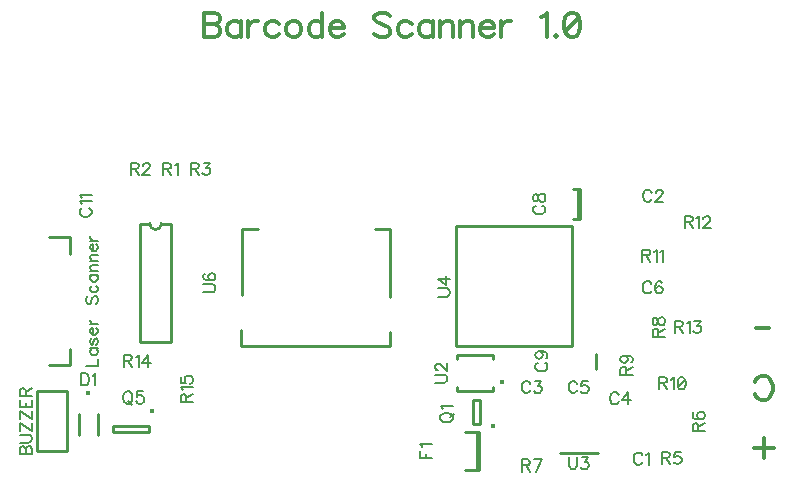
<source format=gto>
G04 DipTrace 3.0.0.2*
G04 InterfaceBoard.GTO*
%MOMM*%
G04 #@! TF.FileFunction,Legend,Top*
G04 #@! TF.Part,Single*
%ADD10C,0.25*%
%ADD27C,0.40002*%
%ADD35O,0.39191X0.39105*%
%ADD37O,0.39127X0.39172*%
%ADD42O,0.39208X0.3915*%
%ADD55C,0.15686*%
%ADD56C,0.31373*%
%FSLAX35Y35*%
G04*
G71*
G90*
G75*
G01*
G04 TopSilk*
%LPD*%
X4797383Y2442217D2*
D10*
Y2192197D1*
X4816303Y2442217D2*
Y2192197D1*
Y2442217D2*
X4756463D1*
X4816303Y2192197D2*
X4756463D1*
X4945780Y1049303D2*
Y919403D1*
X729287Y539206D2*
Y359175D1*
X569280Y539206D2*
Y359175D1*
D27*
X649283Y714189D3*
X3940645Y382413D2*
D10*
Y62133D1*
X3959727Y382413D2*
Y62133D1*
Y382413D2*
X3839493Y382277D1*
X3959727Y62133D2*
X3839493Y62269D1*
X1956029Y1546597D2*
Y2106564D1*
X2086016D1*
X3076148D2*
X3206135D1*
Y1526602D1*
Y1236567D2*
Y1116597D1*
X1946019D1*
Y1246564D1*
X474617Y222310D2*
X220617D1*
Y730310D1*
X474617D1*
Y222310D1*
D35*
X4074331Y433824D3*
X3966960Y457190D2*
D10*
Y657162D1*
X3906863D1*
Y457190D1*
X3966960D1*
D37*
X1187833Y561181D3*
X1164463Y433820D2*
D10*
X864477D1*
Y383820D1*
X1164463D1*
Y433820D1*
D42*
X4150873Y813618D3*
X4074106Y736983D2*
D10*
X3774236D1*
X4074106Y1036983D2*
X3774236D1*
Y1006983D2*
Y1036983D1*
X4074106Y1006983D2*
Y1036983D1*
Y736983D2*
Y766983D1*
X3774236Y736983D2*
Y766983D1*
X4645626Y208650D2*
X4963101D1*
X3760493Y1111380D2*
X4745473D1*
Y2127380D1*
X3760493D1*
Y1111380D1*
X322297Y953084D2*
X492285D1*
Y1093142D1*
X322297Y2033137D2*
X492285D1*
Y1893079D1*
X1090925Y2151180D2*
Y1151260D1*
X1350961Y2151180D2*
Y1151260D1*
X1090925D2*
X1350961D1*
X1090925Y2151180D2*
X1170919D1*
X1270967D2*
X1350961D1*
X1170919D2*
G03X1270967Y2151180I50024J28D01*
G01*
X5341476Y187938D2*
D55*
X5336646Y197597D1*
X5326876Y207367D1*
X5317217Y212197D1*
X5297788D1*
X5288017Y207367D1*
X5278359Y197597D1*
X5273417Y187938D1*
X5268588Y173338D1*
Y148967D1*
X5273417Y134480D1*
X5278359Y124709D1*
X5288017Y115050D1*
X5297788Y110109D1*
X5317217D1*
X5326876Y115050D1*
X5336646Y124709D1*
X5341476Y134480D1*
X5372848Y192655D2*
X5382619Y197597D1*
X5397219Y212084D1*
Y110109D1*
X5421322Y2412354D2*
X5416492Y2422013D1*
X5406722Y2431783D1*
X5397063Y2436613D1*
X5377634D1*
X5367863Y2431783D1*
X5358205Y2422013D1*
X5353263Y2412354D1*
X5348434Y2397754D1*
Y2373383D1*
X5353263Y2358896D1*
X5358205Y2349125D1*
X5367863Y2339466D1*
X5377634Y2334525D1*
X5397063D1*
X5406722Y2339466D1*
X5416492Y2349125D1*
X5421322Y2358896D1*
X5457636Y2412242D2*
Y2417071D1*
X5462465Y2426842D1*
X5467294Y2431671D1*
X5477065Y2436500D1*
X5496494D1*
X5506153Y2431671D1*
X5510982Y2426842D1*
X5515923Y2417071D1*
Y2407413D1*
X5510982Y2397642D1*
X5501323Y2383154D1*
X5452694Y2334525D1*
X5520753D1*
X4393168Y793721D2*
X4388339Y803379D1*
X4378568Y813150D1*
X4368910Y817979D1*
X4349481D1*
X4339710Y813150D1*
X4330051Y803379D1*
X4325110Y793721D1*
X4320281Y779121D1*
Y754750D1*
X4325110Y740262D1*
X4330051Y730492D1*
X4339710Y720833D1*
X4349481Y715892D1*
X4368910D1*
X4378568Y720833D1*
X4388339Y730492D1*
X4393168Y740262D1*
X4434312Y817867D2*
X4487658D1*
X4458570Y779009D1*
X4473170D1*
X4482829Y774179D1*
X4487658Y769350D1*
X4492599Y754750D1*
Y745092D1*
X4487658Y730492D1*
X4477999Y720721D1*
X4463399Y715892D1*
X4448799D1*
X4434312Y720721D1*
X4429482Y725662D1*
X4424541Y735321D1*
X5142574Y698817D2*
X5137744Y708476D1*
X5127974Y718247D1*
X5118315Y723076D1*
X5098886D1*
X5089115Y718247D1*
X5079457Y708476D1*
X5074515Y698817D1*
X5069686Y684217D1*
Y659847D1*
X5074515Y645359D1*
X5079457Y635588D1*
X5089115Y625930D1*
X5098886Y620988D1*
X5118315D1*
X5127974Y625930D1*
X5137744Y635588D1*
X5142574Y645359D1*
X5222576Y620988D2*
Y722964D1*
X5173946Y655017D1*
X5246834D1*
X4790085Y793721D2*
X4785256Y803379D1*
X4775485Y813150D1*
X4765827Y817979D1*
X4746397D1*
X4736627Y813150D1*
X4726968Y803379D1*
X4722027Y793721D1*
X4717197Y779121D1*
Y754750D1*
X4722027Y740262D1*
X4726968Y730492D1*
X4736627Y720833D1*
X4746397Y715892D1*
X4765827D1*
X4775485Y720833D1*
X4785256Y730492D1*
X4790085Y740262D1*
X4879745Y817867D2*
X4831228D1*
X4826399Y774179D1*
X4831228Y779009D1*
X4845828Y783950D1*
X4860316D1*
X4874916Y779009D1*
X4884687Y769350D1*
X4889516Y754750D1*
Y745092D1*
X4884687Y730492D1*
X4874916Y720721D1*
X4860316Y715892D1*
X4845828D1*
X4831228Y720721D1*
X4826399Y725662D1*
X4821458Y735321D1*
X5419149Y1636931D2*
X5414320Y1646590D1*
X5404549Y1656361D1*
X5394891Y1661190D1*
X5375461D1*
X5365691Y1656361D1*
X5356032Y1646590D1*
X5351091Y1636931D1*
X5346261Y1622331D1*
Y1597961D1*
X5351091Y1583473D1*
X5356032Y1573702D1*
X5365691Y1564044D1*
X5375461Y1559102D1*
X5394891D1*
X5404549Y1564044D1*
X5414320Y1573702D1*
X5419149Y1583473D1*
X5508809Y1646590D2*
X5503980Y1656248D1*
X5489380Y1661078D1*
X5479722D1*
X5465122Y1656248D1*
X5455351Y1641648D1*
X5450522Y1617390D1*
Y1593131D1*
X5455351Y1573702D1*
X5465122Y1563931D1*
X5479722Y1559102D1*
X5484551D1*
X5499039Y1563931D1*
X5508809Y1573702D1*
X5513639Y1588302D1*
Y1593131D1*
X5508809Y1607731D1*
X5499039Y1617390D1*
X5484551Y1622219D1*
X5479722D1*
X5465122Y1617390D1*
X5455351Y1607731D1*
X5450522Y1593131D1*
X4441853Y2303991D2*
X4432194Y2299162D1*
X4422423Y2289391D1*
X4417594Y2279733D1*
Y2260304D1*
X4422423Y2250533D1*
X4432194Y2240875D1*
X4441853Y2235933D1*
X4456453Y2231104D1*
X4480823D1*
X4495311Y2235933D1*
X4505082Y2240875D1*
X4514740Y2250533D1*
X4519682Y2260304D1*
Y2279733D1*
X4514740Y2289391D1*
X4505082Y2299162D1*
X4495311Y2303991D1*
X4417707Y2359622D2*
X4422536Y2345135D1*
X4432194Y2340193D1*
X4441965D1*
X4451623Y2345135D1*
X4456565Y2354793D1*
X4461394Y2374222D1*
X4466223Y2388822D1*
X4475994Y2398481D1*
X4485653Y2403310D1*
X4500253D1*
X4509911Y2398481D1*
X4514853Y2393651D1*
X4519682Y2379051D1*
Y2359622D1*
X4514853Y2345135D1*
X4509911Y2340193D1*
X4500253Y2335364D1*
X4485653D1*
X4475994Y2340193D1*
X4466223Y2349964D1*
X4461394Y2364452D1*
X4456565Y2383881D1*
X4451623Y2393652D1*
X4441965Y2398481D1*
X4432194D1*
X4422536Y2393652D1*
X4417707Y2379052D1*
Y2359622D1*
X4461196Y973497D2*
X4451538Y968667D1*
X4441767Y958897D1*
X4436937Y949238D1*
Y929809D1*
X4441767Y920038D1*
X4451537Y910380D1*
X4461196Y905438D1*
X4475796Y900609D1*
X4500167D1*
X4514654Y905438D1*
X4524425Y910380D1*
X4534084Y920038D1*
X4539025Y929809D1*
Y949238D1*
X4534084Y958896D1*
X4524425Y968667D1*
X4514654Y973496D1*
X4470967Y1068098D2*
X4485567Y1063157D1*
X4495338Y1053498D1*
X4500167Y1038898D1*
Y1034069D1*
X4495338Y1019469D1*
X4485567Y1009811D1*
X4470967Y1004869D1*
X4466138D1*
X4451538Y1009811D1*
X4441879Y1019469D1*
X4437050Y1034069D1*
Y1038898D1*
X4441879Y1053498D1*
X4451538Y1063157D1*
X4470967Y1068098D1*
X4495338D1*
X4519596Y1063157D1*
X4534196Y1053498D1*
X4539025Y1038898D1*
Y1029240D1*
X4534196Y1014640D1*
X4524425Y1009810D1*
X601413Y2282817D2*
X591754Y2277988D1*
X581983Y2268217D1*
X577154Y2258559D1*
Y2239130D1*
X581983Y2229359D1*
X591754Y2219701D1*
X601413Y2214759D1*
X616013Y2209930D1*
X640383D1*
X654871Y2214759D1*
X664642Y2219701D1*
X674300Y2229359D1*
X679242Y2239130D1*
Y2258559D1*
X674300Y2268217D1*
X664642Y2277988D1*
X654871Y2282817D1*
X596696Y2314190D2*
X591754Y2323961D1*
X577267Y2338561D1*
X679242D1*
X596696Y2369933D2*
X591754Y2379704D1*
X577267Y2394304D1*
X679242D1*
X587382Y882976D2*
Y780888D1*
X621412D1*
X636012Y785830D1*
X645782Y795488D1*
X650612Y805259D1*
X655441Y819747D1*
Y844117D1*
X650612Y858717D1*
X645782Y868376D1*
X636012Y878147D1*
X621412Y882976D1*
X587382D1*
X686813Y863434D2*
X696584Y868376D1*
X711184Y882864D1*
Y780888D1*
X3460734Y226017D2*
Y162787D1*
X3562822D1*
X3509363D2*
Y201646D1*
X3480276Y257389D2*
X3475334Y267160D1*
X3460847Y281760D1*
X3562822D1*
X71827Y196174D2*
X173915D1*
Y239974D1*
X168974Y254574D1*
X164144Y259403D1*
X154486Y264233D1*
X139886D1*
X130115Y259403D1*
X125286Y254574D1*
X120457Y239974D1*
X115515Y254574D1*
X110686Y259403D1*
X101028Y264233D1*
X91257D1*
X81598Y259404D1*
X76657Y254574D1*
X71827Y239974D1*
Y196174D1*
X120457D2*
Y239974D1*
X71828Y295605D2*
X144715D1*
X159315Y300434D1*
X168974Y310205D1*
X173915Y324805D1*
Y334464D1*
X168974Y349064D1*
X159315Y358834D1*
X144715Y363664D1*
X71828D1*
Y395036D2*
Y463095D1*
X173915Y395036D1*
Y463095D1*
X71828Y494467D2*
X71827Y562526D1*
X173915Y494467D1*
Y562526D1*
X71827Y657015D2*
Y593898D1*
X173915D1*
Y657015D1*
X120457Y593898D2*
Y632757D1*
Y688388D2*
Y732075D1*
X115515Y746675D1*
X110686Y751617D1*
X101027Y756446D1*
X91257D1*
X81598Y751617D1*
X76657Y746675D1*
X71827Y732075D1*
Y688388D1*
X173915D1*
X120457Y722417D2*
X173915Y756446D1*
X3633104Y498131D2*
X3637821Y488472D1*
X3647592Y478701D1*
X3657363Y473872D1*
X3671963Y468931D1*
X3696221D1*
X3710821Y473872D1*
X3720479Y478701D1*
X3730250Y488472D1*
X3735080Y498131D1*
Y517560D1*
X3730250Y527331D1*
X3720480Y536989D1*
X3710821Y541818D1*
X3696221Y546760D1*
X3671963D1*
X3657363Y541818D1*
X3647592Y536989D1*
X3637821Y527331D1*
X3633104Y517560D1*
Y498131D1*
X3715650Y512731D2*
X3744850Y541818D1*
X3652646Y578132D2*
X3647704Y587903D1*
X3633217Y602503D1*
X3735192D1*
X976507Y729556D2*
X966848Y724839D1*
X957077Y715068D1*
X952248Y705297D1*
X947307Y690697D1*
Y666439D1*
X952248Y651839D1*
X957077Y642181D1*
X966848Y632410D1*
X976507Y627581D1*
X995936D1*
X1005707Y632410D1*
X1015365Y642181D1*
X1020194Y651839D1*
X1025136Y666439D1*
Y690697D1*
X1020194Y705297D1*
X1015365Y715068D1*
X1005707Y724839D1*
X995936Y729556D1*
X976507D1*
X991107Y647010D2*
X1020194Y617810D1*
X1114796Y729444D2*
X1066279D1*
X1061450Y685756D1*
X1066279Y690585D1*
X1080879Y695527D1*
X1095367D1*
X1109967Y690585D1*
X1119738Y680927D1*
X1124567Y666327D1*
Y656668D1*
X1119738Y642068D1*
X1109967Y632297D1*
X1095367Y627468D1*
X1080879D1*
X1066279Y632297D1*
X1061450Y637239D1*
X1056508Y646897D1*
X1285816Y2615783D2*
X1329503D1*
X1344103Y2620725D1*
X1349045Y2625554D1*
X1353874Y2635213D1*
Y2644983D1*
X1349045Y2654642D1*
X1344103Y2659583D1*
X1329503Y2664413D1*
X1285816D1*
Y2562325D1*
X1319845Y2615783D2*
X1353874Y2562325D1*
X1385247Y2644871D2*
X1395018Y2649813D1*
X1409618Y2664300D1*
Y2562325D1*
X1009972Y2615783D2*
X1053660D1*
X1068260Y2620725D1*
X1073201Y2625554D1*
X1078030Y2635213D1*
Y2644983D1*
X1073201Y2654642D1*
X1068260Y2659583D1*
X1053660Y2664413D1*
X1009972D1*
Y2562325D1*
X1044001Y2615783D2*
X1078030Y2562325D1*
X1114344Y2640042D2*
Y2644871D1*
X1119174Y2654642D1*
X1124003Y2659471D1*
X1133774Y2664300D1*
X1153203D1*
X1162861Y2659471D1*
X1167691Y2654642D1*
X1172632Y2644871D1*
Y2635213D1*
X1167691Y2625442D1*
X1158032Y2610954D1*
X1109403Y2562325D1*
X1177461D1*
X1517975Y2615783D2*
X1561663D1*
X1576263Y2620725D1*
X1581204Y2625554D1*
X1586034Y2635213D1*
Y2644983D1*
X1581204Y2654642D1*
X1576263Y2659583D1*
X1561663Y2664413D1*
X1517975D1*
Y2562325D1*
X1552004Y2615783D2*
X1586034Y2562325D1*
X1627177Y2664300D2*
X1680523D1*
X1651436Y2625442D1*
X1666036D1*
X1675694Y2620613D1*
X1680523Y2615783D1*
X1685465Y2601183D1*
Y2591525D1*
X1680523Y2576925D1*
X1670865Y2567154D1*
X1656265Y2562325D1*
X1641665D1*
X1627177Y2567154D1*
X1622348Y2572096D1*
X1617406Y2581754D1*
X5508802Y168567D2*
X5552490D1*
X5567090Y173509D1*
X5572031Y178338D1*
X5576860Y187997D1*
Y197767D1*
X5572031Y207426D1*
X5567090Y212367D1*
X5552490Y217197D1*
X5508802D1*
Y115109D1*
X5542831Y168567D2*
X5576860Y115109D1*
X5666521Y217084D2*
X5618004D1*
X5613174Y173397D1*
X5618004Y178226D1*
X5632604Y183167D1*
X5647091D1*
X5661691Y178226D1*
X5671462Y168567D1*
X5676291Y153967D1*
Y144309D1*
X5671462Y129709D1*
X5661691Y119938D1*
X5647091Y115109D1*
X5632604D1*
X5618004Y119938D1*
X5613174Y124880D1*
X5608233Y134538D1*
X5815636Y395026D2*
Y438714D1*
X5810695Y453314D1*
X5805865Y458256D1*
X5796207Y463085D1*
X5786436D1*
X5776778Y458256D1*
X5771836Y453314D1*
X5767007Y438714D1*
Y395026D1*
X5869094D1*
X5815636Y429056D2*
X5869095Y463085D1*
X5781607Y552745D2*
X5771948Y547916D1*
X5767119Y533316D1*
Y523657D1*
X5771948Y509057D1*
X5786548Y499286D1*
X5810807Y494457D1*
X5835065D1*
X5854495Y499286D1*
X5864265Y509057D1*
X5869095Y523657D1*
Y528486D1*
X5864265Y542974D1*
X5854495Y552745D1*
X5839895Y557574D1*
X5835065D1*
X5820465Y552745D1*
X5810807Y542974D1*
X5805978Y528486D1*
Y523657D1*
X5810807Y509057D1*
X5820465Y499286D1*
X5835065Y494457D1*
X4322695Y105061D2*
X4366383D1*
X4380983Y110002D1*
X4385924Y114831D1*
X4390754Y124490D1*
Y134261D1*
X4385924Y143919D1*
X4380983Y148861D1*
X4366383Y153690D1*
X4322695D1*
Y51602D1*
X4356724Y105061D2*
X4390754Y51602D1*
X4441556D2*
X4490185Y153578D1*
X4422126D1*
X5478039Y1191275D2*
Y1234963D1*
X5473098Y1249563D1*
X5468269Y1254504D1*
X5458610Y1259333D1*
X5448839D1*
X5439181Y1254504D1*
X5434239Y1249563D1*
X5429410Y1234963D1*
Y1191275D1*
X5531498D1*
X5478039Y1225304D2*
X5531498Y1259333D1*
X5429523Y1314964D2*
X5434352Y1300477D1*
X5444010Y1295535D1*
X5453781D1*
X5463439Y1300477D1*
X5468381Y1310135D1*
X5473210Y1329564D1*
X5478039Y1344164D1*
X5487810Y1353823D1*
X5497469Y1358652D1*
X5512069D1*
X5521727Y1353823D1*
X5526669Y1348993D1*
X5531498Y1334393D1*
Y1314964D1*
X5526669Y1300477D1*
X5521727Y1295535D1*
X5512069Y1290706D1*
X5497469D1*
X5487810Y1295535D1*
X5478039Y1305306D1*
X5473210Y1319794D1*
X5468381Y1339223D1*
X5463439Y1348994D1*
X5453781Y1353823D1*
X5444010D1*
X5434352Y1348994D1*
X5429523Y1334394D1*
Y1314964D1*
X5205667Y870484D2*
Y914171D1*
X5200725Y928771D1*
X5195896Y933713D1*
X5186238Y938542D1*
X5176467D1*
X5166808Y933713D1*
X5161867Y928771D1*
X5157037Y914171D1*
Y870484D1*
X5259125D1*
X5205667Y904513D2*
X5259125Y938542D1*
X5191067Y1033144D2*
X5205667Y1028202D1*
X5215438Y1018544D1*
X5220267Y1003944D1*
Y999114D1*
X5215438Y984514D1*
X5205667Y974856D1*
X5191067Y969914D1*
X5186238D1*
X5171638Y974856D1*
X5161979Y984514D1*
X5157150Y999114D1*
Y1003944D1*
X5161979Y1018544D1*
X5171638Y1028202D1*
X5191067Y1033144D1*
X5215438D1*
X5239696Y1028202D1*
X5254296Y1018543D1*
X5259125Y1003943D1*
Y994285D1*
X5254296Y979685D1*
X5244525Y974856D1*
X5485574Y801103D2*
X5529261D1*
X5543861Y806045D1*
X5548803Y810874D1*
X5553632Y820533D1*
Y830303D1*
X5548803Y839962D1*
X5543861Y844903D1*
X5529261Y849733D1*
X5485574D1*
Y747645D1*
X5519603Y801103D2*
X5553632Y747645D1*
X5585005Y830191D2*
X5594775Y835133D1*
X5609375Y849620D1*
Y747645D1*
X5669948Y849620D2*
X5655348Y844791D1*
X5645577Y830191D1*
X5640748Y805933D1*
Y791333D1*
X5645577Y767074D1*
X5655348Y752474D1*
X5669948Y747645D1*
X5679606D1*
X5694206Y752474D1*
X5703865Y767074D1*
X5708806Y791333D1*
Y805933D1*
X5703865Y830191D1*
X5694206Y844791D1*
X5679606Y849620D1*
X5669948D1*
X5703865Y830191D2*
X5645577Y767074D1*
X5340177Y1882461D2*
X5383865D1*
X5398465Y1887402D1*
X5403407Y1892231D1*
X5408236Y1901890D1*
Y1911661D1*
X5403407Y1921319D1*
X5398465Y1926261D1*
X5383865Y1931090D1*
X5340177D1*
Y1829002D1*
X5374207Y1882461D2*
X5408236Y1829002D1*
X5439608Y1911548D2*
X5449379Y1916490D1*
X5463979Y1930978D1*
Y1829002D1*
X5495352Y1911548D2*
X5505123Y1916490D1*
X5519723Y1930978D1*
Y1829002D1*
X5699374Y2165710D2*
X5743061D1*
X5757661Y2170652D1*
X5762603Y2175481D1*
X5767432Y2185139D1*
Y2194910D1*
X5762603Y2204569D1*
X5757661Y2209510D1*
X5743061Y2214339D1*
X5699374D1*
Y2112252D1*
X5733403Y2165710D2*
X5767432Y2112252D1*
X5798805Y2194798D2*
X5808575Y2199739D1*
X5823175Y2214227D1*
Y2112252D1*
X5859489Y2189969D2*
Y2194798D1*
X5864319Y2204569D1*
X5869148Y2209398D1*
X5878919Y2214227D1*
X5898348D1*
X5908006Y2209398D1*
X5912836Y2204569D1*
X5917777Y2194798D1*
Y2185139D1*
X5912836Y2175369D1*
X5903177Y2160881D1*
X5854548Y2112252D1*
X5922606D1*
X5618204Y1277760D2*
X5661891D1*
X5676491Y1282702D1*
X5681433Y1287531D1*
X5686262Y1297189D1*
Y1306960D1*
X5681433Y1316619D1*
X5676491Y1321560D1*
X5661891Y1326389D1*
X5618204D1*
Y1224302D1*
X5652233Y1277760D2*
X5686262Y1224302D1*
X5717635Y1306848D2*
X5727405Y1311789D1*
X5742005Y1326277D1*
Y1224302D1*
X5783149Y1326277D2*
X5836495D1*
X5807407Y1287419D1*
X5822007D1*
X5831666Y1282589D1*
X5836495Y1277760D1*
X5841436Y1263160D1*
Y1253502D1*
X5836495Y1238902D1*
X5826836Y1229131D1*
X5812236Y1224302D1*
X5797636D1*
X5783149Y1229131D1*
X5778319Y1234072D1*
X5773378Y1243731D1*
X953459Y991447D2*
X997147D1*
X1011747Y996388D1*
X1016688Y1001217D1*
X1021517Y1010876D1*
Y1020647D1*
X1016688Y1030305D1*
X1011747Y1035247D1*
X997147Y1040076D1*
X953459D1*
Y937988D1*
X987488Y991447D2*
X1021517Y937988D1*
X1052890Y1020534D2*
X1062661Y1025476D1*
X1077261Y1039964D1*
Y937988D1*
X1157263D2*
Y1039964D1*
X1108633Y972017D1*
X1181521D1*
X1480666Y640064D2*
Y683752D1*
X1475725Y698352D1*
X1470895Y703293D1*
X1461237Y708122D1*
X1451466D1*
X1441808Y703293D1*
X1436866Y698352D1*
X1432037Y683752D1*
Y640064D1*
X1534124D1*
X1480666Y674093D2*
X1534125Y708122D1*
X1451578Y739495D2*
X1446637Y749266D1*
X1432149Y763866D1*
X1534125Y763865D1*
X1432149Y853526D2*
Y805009D1*
X1475837Y800180D1*
X1471008Y805009D1*
X1466066Y819609D1*
Y834096D1*
X1471008Y848696D1*
X1480666Y858467D1*
X1495266Y863296D1*
X1504925D1*
X1519524Y858467D1*
X1529295Y848696D1*
X1534124Y834096D1*
Y819609D1*
X1529295Y805009D1*
X1524354Y800180D1*
X1514695Y795238D1*
X3587974Y803239D2*
X3660862D1*
X3675462Y808068D1*
X3685120Y817839D1*
X3690062Y832439D1*
Y842097D1*
X3685120Y856697D1*
X3675462Y866468D1*
X3660862Y871297D1*
X3587974D1*
X3612345Y907611D2*
X3607516D1*
X3597745Y912441D1*
X3592916Y917270D1*
X3588087Y927041D1*
Y946470D1*
X3592916Y956128D1*
X3597745Y960957D1*
X3607516Y965899D1*
X3617174D1*
X3626945Y960957D1*
X3641433Y951299D1*
X3690062Y902670D1*
Y970728D1*
X4720619Y174190D2*
Y101302D1*
X4725448Y86702D1*
X4735219Y77044D1*
X4749819Y72102D1*
X4759477D1*
X4774077Y77044D1*
X4783848Y86702D1*
X4788677Y101302D1*
Y174190D1*
X4829820Y174078D2*
X4883167D1*
X4854079Y135219D1*
X4868679D1*
X4878337Y130390D1*
X4883167Y125561D1*
X4888108Y110961D1*
Y101302D1*
X4883167Y86702D1*
X4873508Y76931D1*
X4858908Y72102D1*
X4844308D1*
X4829820Y76931D1*
X4824991Y81873D1*
X4820050Y91531D1*
X3611704Y1533221D2*
X3684592D1*
X3699192Y1538050D1*
X3708850Y1547821D1*
X3713792Y1562421D1*
Y1572079D1*
X3708850Y1586679D1*
X3699192Y1596450D1*
X3684592Y1601279D1*
X3611704D1*
X3713792Y1681281D2*
X3611817D1*
X3679763Y1632652D1*
Y1705539D1*
X631733Y945586D2*
X733821D1*
Y1003873D1*
X665763Y1093534D2*
X733821Y1093533D1*
X680363Y1093534D2*
X670592Y1083875D1*
X665763Y1074104D1*
Y1059617D1*
X670592Y1049846D1*
X680363Y1040187D1*
X694963Y1035246D1*
X704621D1*
X719221Y1040187D1*
X728880Y1049846D1*
X733821Y1059617D1*
Y1074104D1*
X728880Y1083875D1*
X719221Y1093533D1*
X680363Y1178364D2*
X670592Y1173535D1*
X665763Y1158935D1*
Y1144335D1*
X670592Y1129735D1*
X680363Y1124906D1*
X690021Y1129735D1*
X694963Y1139506D1*
X699792Y1163764D1*
X704621Y1173535D1*
X714392Y1178364D1*
X719221D1*
X728880Y1173535D1*
X733821Y1158935D1*
Y1144335D1*
X728880Y1129735D1*
X719221Y1124906D1*
X694963Y1209737D2*
Y1268025D1*
X685192D1*
X675421Y1263195D1*
X670592Y1258366D1*
X665763Y1248595D1*
Y1233995D1*
X670592Y1224337D1*
X680363Y1214566D1*
X694963Y1209737D1*
X704621D1*
X719221Y1214566D1*
X728880Y1224337D1*
X733821Y1233995D1*
Y1248595D1*
X728880Y1258366D1*
X719221Y1268025D1*
X665763Y1299397D2*
X733821D1*
X694963D2*
X680363Y1304339D1*
X670592Y1313997D1*
X665763Y1323768D1*
Y1338368D1*
X646333Y1536556D2*
X636563Y1526898D1*
X631733Y1512298D1*
Y1492868D1*
X636563Y1478268D1*
X646333Y1468498D1*
X655992D1*
X665763Y1473439D1*
X670592Y1478268D1*
X675421Y1487927D1*
X685192Y1517127D1*
X690021Y1526898D1*
X694963Y1531727D1*
X704621Y1536556D1*
X719221D1*
X728880Y1526898D1*
X733821Y1512298D1*
Y1492868D1*
X728880Y1478268D1*
X719221Y1468498D1*
X680363Y1626329D2*
X670592Y1616558D1*
X665763Y1606787D1*
Y1592299D1*
X670592Y1582529D1*
X680363Y1572870D1*
X694963Y1567929D1*
X704621D1*
X719221Y1572870D1*
X728880Y1582529D1*
X733821Y1592299D1*
Y1606787D1*
X728880Y1616558D1*
X719221Y1626329D1*
X665763Y1715989D2*
X733821D1*
X680363D2*
X670592Y1706330D1*
X665763Y1696560D1*
Y1682072D1*
X670592Y1672301D1*
X680363Y1662643D1*
X694963Y1657701D1*
X704621D1*
X719221Y1662643D1*
X728880Y1672301D1*
X733821Y1682072D1*
Y1696560D1*
X728880Y1706330D1*
X719221Y1715989D1*
X665763Y1747361D2*
X733821D1*
X685192D2*
X670592Y1761961D1*
X665763Y1771732D1*
Y1786220D1*
X670592Y1795991D1*
X685192Y1800820D1*
X733821D1*
X665763Y1832193D2*
X733821D1*
X685192D2*
X670592Y1846793D1*
X665763Y1856563D1*
Y1871051D1*
X670592Y1880822D1*
X685192Y1885651D1*
X733821D1*
X694963Y1917024D2*
Y1975311D1*
X685192D1*
X675421Y1970482D1*
X670592Y1965653D1*
X665763Y1955882D1*
Y1941282D1*
X670592Y1931624D1*
X680363Y1921853D1*
X694963Y1917024D1*
X704621D1*
X719221Y1921853D1*
X728880Y1931624D1*
X733821Y1941282D1*
Y1955882D1*
X728880Y1965653D1*
X719221Y1975311D1*
X665763Y2006684D2*
X733821D1*
X694963D2*
X680363Y2011625D1*
X670592Y2021284D1*
X665763Y2031055D1*
Y2045655D1*
X1625403Y1569946D2*
X1698291D1*
X1712891Y1574776D1*
X1722550Y1584546D1*
X1727491Y1599146D1*
Y1608805D1*
X1722550Y1623405D1*
X1712891Y1633175D1*
X1698291Y1638005D1*
X1625404D1*
X1640004Y1727665D2*
X1630345Y1722836D1*
X1625516Y1708236D1*
Y1698577D1*
X1630345Y1683977D1*
X1644945Y1674206D1*
X1669204Y1669377D1*
X1693462D1*
X1712891Y1674206D1*
X1722662Y1683977D1*
X1727491Y1698577D1*
Y1703406D1*
X1722662Y1717894D1*
X1712891Y1727665D1*
X1698291Y1732494D1*
X1693462D1*
X1678862Y1727665D1*
X1669204Y1717894D1*
X1664374Y1703406D1*
Y1698577D1*
X1669204Y1683977D1*
X1678862Y1674206D1*
X1693462Y1669377D1*
X1629375Y3934894D2*
D56*
Y3730719D1*
X1716975D1*
X1746175Y3740602D1*
X1755834Y3750261D1*
X1765492Y3769577D1*
Y3798777D1*
X1755834Y3818319D1*
X1746175Y3827977D1*
X1716975Y3837636D1*
X1746175Y3847519D1*
X1755834Y3857177D1*
X1765492Y3876494D1*
Y3896036D1*
X1755834Y3915353D1*
X1746175Y3925236D1*
X1716975Y3934894D1*
X1629375D1*
Y3837636D2*
X1716975D1*
X1944813Y3866836D2*
Y3730719D1*
Y3837636D2*
X1925496Y3857177D1*
X1905954Y3866836D1*
X1876979D1*
X1857437Y3857177D1*
X1838120Y3837636D1*
X1828237Y3808436D1*
Y3789119D1*
X1838120Y3759919D1*
X1857437Y3740602D1*
X1876979Y3730719D1*
X1905954D1*
X1925496Y3740602D1*
X1944813Y3759919D1*
X2007558Y3866836D2*
Y3730719D1*
Y3808436D2*
X2017441Y3837636D1*
X2036758Y3857177D1*
X2056299Y3866836D1*
X2085499D1*
X2265044Y3837636D2*
X2245503Y3857177D1*
X2225961Y3866836D1*
X2196986D1*
X2177444Y3857177D1*
X2158127Y3837636D1*
X2148244Y3808436D1*
Y3789119D1*
X2158127Y3759919D1*
X2177444Y3740602D1*
X2196986Y3730719D1*
X2225961D1*
X2245503Y3740602D1*
X2265044Y3759919D1*
X2376306Y3866836D2*
X2356989Y3857177D1*
X2337448Y3837636D1*
X2327789Y3808436D1*
Y3789119D1*
X2337448Y3759919D1*
X2356989Y3740602D1*
X2376306Y3730719D1*
X2405506D1*
X2425048Y3740602D1*
X2444365Y3759919D1*
X2454248Y3789119D1*
Y3808436D1*
X2444365Y3837636D1*
X2425048Y3857177D1*
X2405506Y3866836D1*
X2376306D1*
X2633568Y3934894D2*
Y3730719D1*
Y3837636D2*
X2614251Y3857177D1*
X2594710Y3866836D1*
X2565510D1*
X2546193Y3857177D1*
X2526651Y3837636D1*
X2516993Y3808436D1*
Y3789119D1*
X2526651Y3759919D1*
X2546193Y3740602D1*
X2565510Y3730719D1*
X2594710D1*
X2614251Y3740602D1*
X2633568Y3759919D1*
X2696313Y3808436D2*
X2812889D1*
Y3827977D1*
X2803230Y3847519D1*
X2793572Y3857177D1*
X2774030Y3866836D1*
X2744830D1*
X2725513Y3857177D1*
X2705972Y3837636D1*
X2696313Y3808436D1*
Y3789119D1*
X2705972Y3759919D1*
X2725513Y3740602D1*
X2744830Y3730719D1*
X2774030D1*
X2793572Y3740602D1*
X2812889Y3759919D1*
X3209265Y3905694D2*
X3189948Y3925236D1*
X3160748Y3934894D1*
X3121890D1*
X3092690Y3925236D1*
X3073148Y3905694D1*
Y3886377D1*
X3083031Y3866836D1*
X3092690Y3857177D1*
X3112007Y3847519D1*
X3170407Y3827977D1*
X3189948Y3818319D1*
X3199607Y3808436D1*
X3209265Y3789119D1*
Y3759919D1*
X3189948Y3740602D1*
X3160748Y3730719D1*
X3121890D1*
X3092690Y3740602D1*
X3073148Y3759919D1*
X3388810Y3837636D2*
X3369269Y3857177D1*
X3349727Y3866836D1*
X3320752D1*
X3301210Y3857177D1*
X3281893Y3837636D1*
X3272010Y3808436D1*
Y3789119D1*
X3281893Y3759919D1*
X3301210Y3740602D1*
X3320752Y3730719D1*
X3349727D1*
X3369269Y3740602D1*
X3388810Y3759919D1*
X3568131Y3866836D2*
Y3730719D1*
Y3837636D2*
X3548814Y3857177D1*
X3529272Y3866836D1*
X3500297D1*
X3480755Y3857177D1*
X3461438Y3837636D1*
X3451555Y3808436D1*
Y3789119D1*
X3461438Y3759919D1*
X3480755Y3740602D1*
X3500297Y3730719D1*
X3529272D1*
X3548814Y3740602D1*
X3568131Y3759919D1*
X3630876Y3866836D2*
Y3730719D1*
Y3827977D2*
X3660076Y3857177D1*
X3679617Y3866836D1*
X3708593D1*
X3728134Y3857177D1*
X3737793Y3827977D1*
Y3730719D1*
X3800538Y3866836D2*
Y3730719D1*
Y3827977D2*
X3829738Y3857177D1*
X3849279Y3866836D1*
X3878255D1*
X3897796Y3857177D1*
X3907455Y3827977D1*
Y3730719D1*
X3970200Y3808436D2*
X4086775D1*
Y3827977D1*
X4077117Y3847519D1*
X4067458Y3857177D1*
X4047917Y3866836D1*
X4018717D1*
X3999400Y3857177D1*
X3979858Y3837636D1*
X3970200Y3808436D1*
Y3789119D1*
X3979858Y3759919D1*
X3999400Y3740602D1*
X4018717Y3730719D1*
X4047917D1*
X4067458Y3740602D1*
X4086775Y3759919D1*
X4149520Y3866836D2*
Y3730719D1*
Y3808436D2*
X4159403Y3837636D1*
X4178720Y3857177D1*
X4198262Y3866836D1*
X4227462D1*
X4487721Y3895811D2*
X4507263Y3905694D1*
X4536463Y3934670D1*
Y3730719D1*
X4608866Y3750261D2*
X4599208Y3740377D1*
X4608866Y3730719D1*
X4618749Y3740377D1*
X4608866Y3750261D1*
X4739895Y3934670D2*
X4710695Y3925011D1*
X4691153Y3895811D1*
X4681495Y3847294D1*
Y3818094D1*
X4691153Y3769577D1*
X4710695Y3740377D1*
X4739895Y3730719D1*
X4759211D1*
X4788411Y3740377D1*
X4807728Y3769577D1*
X4817611Y3818094D1*
Y3847294D1*
X4807728Y3895811D1*
X4788411Y3925011D1*
X4759211Y3934670D1*
X4739895D1*
X4807728Y3895811D2*
X4691153Y3769577D1*
X6372917Y163034D2*
Y338010D1*
X6460293Y250634D2*
X6285317D1*
X6412672Y1266519D2*
X6300364D1*
X6298663Y704906D2*
X6308321Y685589D1*
X6327863Y666048D1*
X6347180Y656389D1*
X6386038D1*
X6405580Y666048D1*
X6424897Y685589D1*
X6434780Y704906D1*
X6444438Y734106D1*
Y782848D1*
X6434780Y811823D1*
X6424897Y831365D1*
X6405580Y850682D1*
X6386038Y860565D1*
X6347180D1*
X6327863Y850682D1*
X6308322Y831365D1*
X6298663Y811823D1*
M02*

</source>
